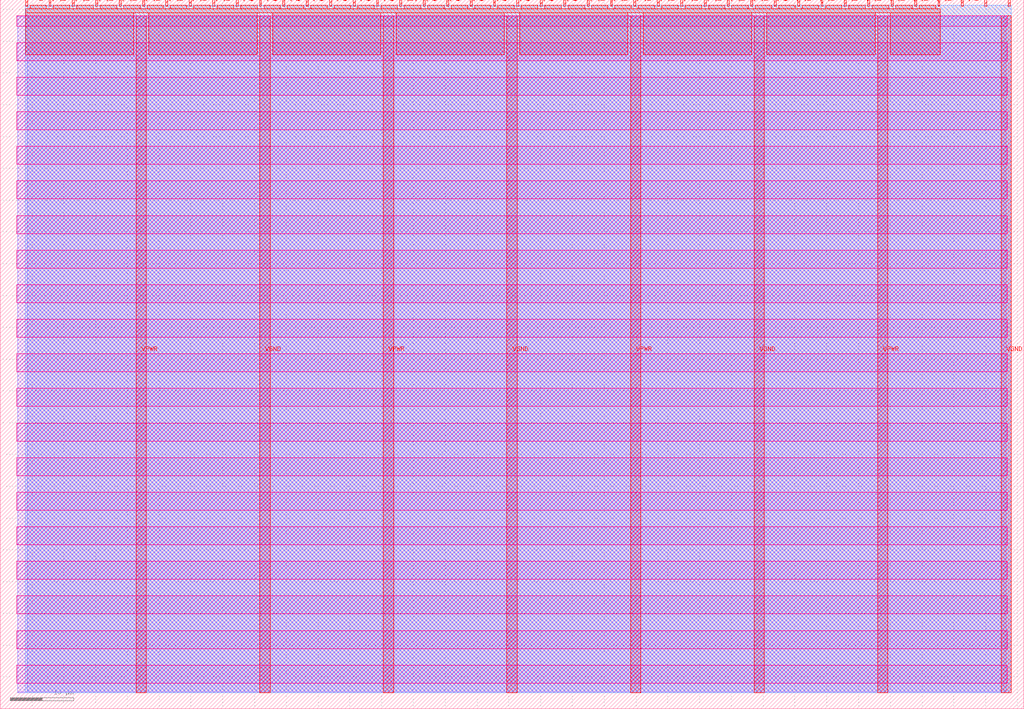
<source format=lef>
VERSION 5.7 ;
  NOWIREEXTENSIONATPIN ON ;
  DIVIDERCHAR "/" ;
  BUSBITCHARS "[]" ;
MACRO tt_um_CodHex7seg
  CLASS BLOCK ;
  FOREIGN tt_um_CodHex7seg ;
  ORIGIN 0.000 0.000 ;
  SIZE 161.000 BY 111.520 ;
  PIN VGND
    DIRECTION INOUT ;
    USE GROUND ;
    PORT
      LAYER met4 ;
        RECT 40.830 2.480 42.430 109.040 ;
    END
    PORT
      LAYER met4 ;
        RECT 79.700 2.480 81.300 109.040 ;
    END
    PORT
      LAYER met4 ;
        RECT 118.570 2.480 120.170 109.040 ;
    END
    PORT
      LAYER met4 ;
        RECT 157.440 2.480 159.040 109.040 ;
    END
  END VGND
  PIN VPWR
    DIRECTION INOUT ;
    USE POWER ;
    PORT
      LAYER met4 ;
        RECT 21.395 2.480 22.995 109.040 ;
    END
    PORT
      LAYER met4 ;
        RECT 60.265 2.480 61.865 109.040 ;
    END
    PORT
      LAYER met4 ;
        RECT 99.135 2.480 100.735 109.040 ;
    END
    PORT
      LAYER met4 ;
        RECT 138.005 2.480 139.605 109.040 ;
    END
  END VPWR
  PIN clk
    DIRECTION INPUT ;
    USE SIGNAL ;
    PORT
      LAYER met4 ;
        RECT 154.870 110.520 155.170 111.520 ;
    END
  END clk
  PIN ena
    DIRECTION INPUT ;
    USE SIGNAL ;
    PORT
      LAYER met4 ;
        RECT 158.550 110.520 158.850 111.520 ;
    END
  END ena
  PIN rst_n
    DIRECTION INPUT ;
    USE SIGNAL ;
    PORT
      LAYER met4 ;
        RECT 151.190 110.520 151.490 111.520 ;
    END
  END rst_n
  PIN ui_in[0]
    DIRECTION INPUT ;
    USE SIGNAL ;
    ANTENNAGATEAREA 0.196500 ;
    PORT
      LAYER met4 ;
        RECT 147.510 110.520 147.810 111.520 ;
    END
  END ui_in[0]
  PIN ui_in[1]
    DIRECTION INPUT ;
    USE SIGNAL ;
    ANTENNAGATEAREA 0.213000 ;
    PORT
      LAYER met4 ;
        RECT 143.830 110.520 144.130 111.520 ;
    END
  END ui_in[1]
  PIN ui_in[2]
    DIRECTION INPUT ;
    USE SIGNAL ;
    ANTENNAGATEAREA 0.213000 ;
    PORT
      LAYER met4 ;
        RECT 140.150 110.520 140.450 111.520 ;
    END
  END ui_in[2]
  PIN ui_in[3]
    DIRECTION INPUT ;
    USE SIGNAL ;
    ANTENNAGATEAREA 0.213000 ;
    PORT
      LAYER met4 ;
        RECT 136.470 110.520 136.770 111.520 ;
    END
  END ui_in[3]
  PIN ui_in[4]
    DIRECTION INPUT ;
    USE SIGNAL ;
    PORT
      LAYER met4 ;
        RECT 132.790 110.520 133.090 111.520 ;
    END
  END ui_in[4]
  PIN ui_in[5]
    DIRECTION INPUT ;
    USE SIGNAL ;
    PORT
      LAYER met4 ;
        RECT 129.110 110.520 129.410 111.520 ;
    END
  END ui_in[5]
  PIN ui_in[6]
    DIRECTION INPUT ;
    USE SIGNAL ;
    PORT
      LAYER met4 ;
        RECT 125.430 110.520 125.730 111.520 ;
    END
  END ui_in[6]
  PIN ui_in[7]
    DIRECTION INPUT ;
    USE SIGNAL ;
    PORT
      LAYER met4 ;
        RECT 121.750 110.520 122.050 111.520 ;
    END
  END ui_in[7]
  PIN uio_in[0]
    DIRECTION INPUT ;
    USE SIGNAL ;
    PORT
      LAYER met4 ;
        RECT 118.070 110.520 118.370 111.520 ;
    END
  END uio_in[0]
  PIN uio_in[1]
    DIRECTION INPUT ;
    USE SIGNAL ;
    PORT
      LAYER met4 ;
        RECT 114.390 110.520 114.690 111.520 ;
    END
  END uio_in[1]
  PIN uio_in[2]
    DIRECTION INPUT ;
    USE SIGNAL ;
    PORT
      LAYER met4 ;
        RECT 110.710 110.520 111.010 111.520 ;
    END
  END uio_in[2]
  PIN uio_in[3]
    DIRECTION INPUT ;
    USE SIGNAL ;
    PORT
      LAYER met4 ;
        RECT 107.030 110.520 107.330 111.520 ;
    END
  END uio_in[3]
  PIN uio_in[4]
    DIRECTION INPUT ;
    USE SIGNAL ;
    PORT
      LAYER met4 ;
        RECT 103.350 110.520 103.650 111.520 ;
    END
  END uio_in[4]
  PIN uio_in[5]
    DIRECTION INPUT ;
    USE SIGNAL ;
    PORT
      LAYER met4 ;
        RECT 99.670 110.520 99.970 111.520 ;
    END
  END uio_in[5]
  PIN uio_in[6]
    DIRECTION INPUT ;
    USE SIGNAL ;
    PORT
      LAYER met4 ;
        RECT 95.990 110.520 96.290 111.520 ;
    END
  END uio_in[6]
  PIN uio_in[7]
    DIRECTION INPUT ;
    USE SIGNAL ;
    PORT
      LAYER met4 ;
        RECT 92.310 110.520 92.610 111.520 ;
    END
  END uio_in[7]
  PIN uio_oe[0]
    DIRECTION OUTPUT TRISTATE ;
    USE SIGNAL ;
    PORT
      LAYER met4 ;
        RECT 29.750 110.520 30.050 111.520 ;
    END
  END uio_oe[0]
  PIN uio_oe[1]
    DIRECTION OUTPUT TRISTATE ;
    USE SIGNAL ;
    PORT
      LAYER met4 ;
        RECT 26.070 110.520 26.370 111.520 ;
    END
  END uio_oe[1]
  PIN uio_oe[2]
    DIRECTION OUTPUT TRISTATE ;
    USE SIGNAL ;
    PORT
      LAYER met4 ;
        RECT 22.390 110.520 22.690 111.520 ;
    END
  END uio_oe[2]
  PIN uio_oe[3]
    DIRECTION OUTPUT TRISTATE ;
    USE SIGNAL ;
    PORT
      LAYER met4 ;
        RECT 18.710 110.520 19.010 111.520 ;
    END
  END uio_oe[3]
  PIN uio_oe[4]
    DIRECTION OUTPUT TRISTATE ;
    USE SIGNAL ;
    PORT
      LAYER met4 ;
        RECT 15.030 110.520 15.330 111.520 ;
    END
  END uio_oe[4]
  PIN uio_oe[5]
    DIRECTION OUTPUT TRISTATE ;
    USE SIGNAL ;
    PORT
      LAYER met4 ;
        RECT 11.350 110.520 11.650 111.520 ;
    END
  END uio_oe[5]
  PIN uio_oe[6]
    DIRECTION OUTPUT TRISTATE ;
    USE SIGNAL ;
    PORT
      LAYER met4 ;
        RECT 7.670 110.520 7.970 111.520 ;
    END
  END uio_oe[6]
  PIN uio_oe[7]
    DIRECTION OUTPUT TRISTATE ;
    USE SIGNAL ;
    PORT
      LAYER met4 ;
        RECT 3.990 110.520 4.290 111.520 ;
    END
  END uio_oe[7]
  PIN uio_out[0]
    DIRECTION OUTPUT TRISTATE ;
    USE SIGNAL ;
    PORT
      LAYER met4 ;
        RECT 59.190 110.520 59.490 111.520 ;
    END
  END uio_out[0]
  PIN uio_out[1]
    DIRECTION OUTPUT TRISTATE ;
    USE SIGNAL ;
    PORT
      LAYER met4 ;
        RECT 55.510 110.520 55.810 111.520 ;
    END
  END uio_out[1]
  PIN uio_out[2]
    DIRECTION OUTPUT TRISTATE ;
    USE SIGNAL ;
    PORT
      LAYER met4 ;
        RECT 51.830 110.520 52.130 111.520 ;
    END
  END uio_out[2]
  PIN uio_out[3]
    DIRECTION OUTPUT TRISTATE ;
    USE SIGNAL ;
    PORT
      LAYER met4 ;
        RECT 48.150 110.520 48.450 111.520 ;
    END
  END uio_out[3]
  PIN uio_out[4]
    DIRECTION OUTPUT TRISTATE ;
    USE SIGNAL ;
    PORT
      LAYER met4 ;
        RECT 44.470 110.520 44.770 111.520 ;
    END
  END uio_out[4]
  PIN uio_out[5]
    DIRECTION OUTPUT TRISTATE ;
    USE SIGNAL ;
    PORT
      LAYER met4 ;
        RECT 40.790 110.520 41.090 111.520 ;
    END
  END uio_out[5]
  PIN uio_out[6]
    DIRECTION OUTPUT TRISTATE ;
    USE SIGNAL ;
    PORT
      LAYER met4 ;
        RECT 37.110 110.520 37.410 111.520 ;
    END
  END uio_out[6]
  PIN uio_out[7]
    DIRECTION OUTPUT TRISTATE ;
    USE SIGNAL ;
    PORT
      LAYER met4 ;
        RECT 33.430 110.520 33.730 111.520 ;
    END
  END uio_out[7]
  PIN uo_out[0]
    DIRECTION OUTPUT TRISTATE ;
    USE SIGNAL ;
    ANTENNADIFFAREA 0.891000 ;
    PORT
      LAYER met4 ;
        RECT 88.630 110.520 88.930 111.520 ;
    END
  END uo_out[0]
  PIN uo_out[1]
    DIRECTION OUTPUT TRISTATE ;
    USE SIGNAL ;
    ANTENNADIFFAREA 0.911000 ;
    PORT
      LAYER met4 ;
        RECT 84.950 110.520 85.250 111.520 ;
    END
  END uo_out[1]
  PIN uo_out[2]
    DIRECTION OUTPUT TRISTATE ;
    USE SIGNAL ;
    ANTENNADIFFAREA 0.891000 ;
    PORT
      LAYER met4 ;
        RECT 81.270 110.520 81.570 111.520 ;
    END
  END uo_out[2]
  PIN uo_out[3]
    DIRECTION OUTPUT TRISTATE ;
    USE SIGNAL ;
    ANTENNADIFFAREA 0.891000 ;
    PORT
      LAYER met4 ;
        RECT 77.590 110.520 77.890 111.520 ;
    END
  END uo_out[3]
  PIN uo_out[4]
    DIRECTION OUTPUT TRISTATE ;
    USE SIGNAL ;
    ANTENNADIFFAREA 0.891000 ;
    PORT
      LAYER met4 ;
        RECT 73.910 110.520 74.210 111.520 ;
    END
  END uo_out[4]
  PIN uo_out[5]
    DIRECTION OUTPUT TRISTATE ;
    USE SIGNAL ;
    ANTENNADIFFAREA 0.891000 ;
    PORT
      LAYER met4 ;
        RECT 70.230 110.520 70.530 111.520 ;
    END
  END uo_out[5]
  PIN uo_out[6]
    DIRECTION OUTPUT TRISTATE ;
    USE SIGNAL ;
    ANTENNADIFFAREA 1.782000 ;
    PORT
      LAYER met4 ;
        RECT 66.550 110.520 66.850 111.520 ;
    END
  END uo_out[6]
  PIN uo_out[7]
    DIRECTION OUTPUT TRISTATE ;
    USE SIGNAL ;
    PORT
      LAYER met4 ;
        RECT 62.870 110.520 63.170 111.520 ;
    END
  END uo_out[7]
  OBS
      LAYER nwell ;
        RECT 2.570 107.385 158.430 108.990 ;
        RECT 2.570 101.945 158.430 104.775 ;
        RECT 2.570 96.505 158.430 99.335 ;
        RECT 2.570 91.065 158.430 93.895 ;
        RECT 2.570 85.625 158.430 88.455 ;
        RECT 2.570 80.185 158.430 83.015 ;
        RECT 2.570 74.745 158.430 77.575 ;
        RECT 2.570 69.305 158.430 72.135 ;
        RECT 2.570 63.865 158.430 66.695 ;
        RECT 2.570 58.425 158.430 61.255 ;
        RECT 2.570 52.985 158.430 55.815 ;
        RECT 2.570 47.545 158.430 50.375 ;
        RECT 2.570 42.105 158.430 44.935 ;
        RECT 2.570 36.665 158.430 39.495 ;
        RECT 2.570 31.225 158.430 34.055 ;
        RECT 2.570 25.785 158.430 28.615 ;
        RECT 2.570 20.345 158.430 23.175 ;
        RECT 2.570 14.905 158.430 17.735 ;
        RECT 2.570 9.465 158.430 12.295 ;
        RECT 2.570 4.025 158.430 6.855 ;
      LAYER li1 ;
        RECT 2.760 2.635 158.240 108.885 ;
      LAYER met1 ;
        RECT 2.760 2.480 159.040 109.040 ;
      LAYER met2 ;
        RECT 4.230 2.535 159.010 110.685 ;
      LAYER met3 ;
        RECT 3.950 2.555 159.030 110.665 ;
      LAYER met4 ;
        RECT 4.690 110.120 7.270 110.665 ;
        RECT 8.370 110.120 10.950 110.665 ;
        RECT 12.050 110.120 14.630 110.665 ;
        RECT 15.730 110.120 18.310 110.665 ;
        RECT 19.410 110.120 21.990 110.665 ;
        RECT 23.090 110.120 25.670 110.665 ;
        RECT 26.770 110.120 29.350 110.665 ;
        RECT 30.450 110.120 33.030 110.665 ;
        RECT 34.130 110.120 36.710 110.665 ;
        RECT 37.810 110.120 40.390 110.665 ;
        RECT 41.490 110.120 44.070 110.665 ;
        RECT 45.170 110.120 47.750 110.665 ;
        RECT 48.850 110.120 51.430 110.665 ;
        RECT 52.530 110.120 55.110 110.665 ;
        RECT 56.210 110.120 58.790 110.665 ;
        RECT 59.890 110.120 62.470 110.665 ;
        RECT 63.570 110.120 66.150 110.665 ;
        RECT 67.250 110.120 69.830 110.665 ;
        RECT 70.930 110.120 73.510 110.665 ;
        RECT 74.610 110.120 77.190 110.665 ;
        RECT 78.290 110.120 80.870 110.665 ;
        RECT 81.970 110.120 84.550 110.665 ;
        RECT 85.650 110.120 88.230 110.665 ;
        RECT 89.330 110.120 91.910 110.665 ;
        RECT 93.010 110.120 95.590 110.665 ;
        RECT 96.690 110.120 99.270 110.665 ;
        RECT 100.370 110.120 102.950 110.665 ;
        RECT 104.050 110.120 106.630 110.665 ;
        RECT 107.730 110.120 110.310 110.665 ;
        RECT 111.410 110.120 113.990 110.665 ;
        RECT 115.090 110.120 117.670 110.665 ;
        RECT 118.770 110.120 121.350 110.665 ;
        RECT 122.450 110.120 125.030 110.665 ;
        RECT 126.130 110.120 128.710 110.665 ;
        RECT 129.810 110.120 132.390 110.665 ;
        RECT 133.490 110.120 136.070 110.665 ;
        RECT 137.170 110.120 139.750 110.665 ;
        RECT 140.850 110.120 143.430 110.665 ;
        RECT 144.530 110.120 147.110 110.665 ;
        RECT 3.975 109.440 147.825 110.120 ;
        RECT 3.975 102.855 20.995 109.440 ;
        RECT 23.395 102.855 40.430 109.440 ;
        RECT 42.830 102.855 59.865 109.440 ;
        RECT 62.265 102.855 79.300 109.440 ;
        RECT 81.700 102.855 98.735 109.440 ;
        RECT 101.135 102.855 118.170 109.440 ;
        RECT 120.570 102.855 137.605 109.440 ;
        RECT 140.005 102.855 147.825 109.440 ;
  END
END tt_um_CodHex7seg
END LIBRARY


</source>
